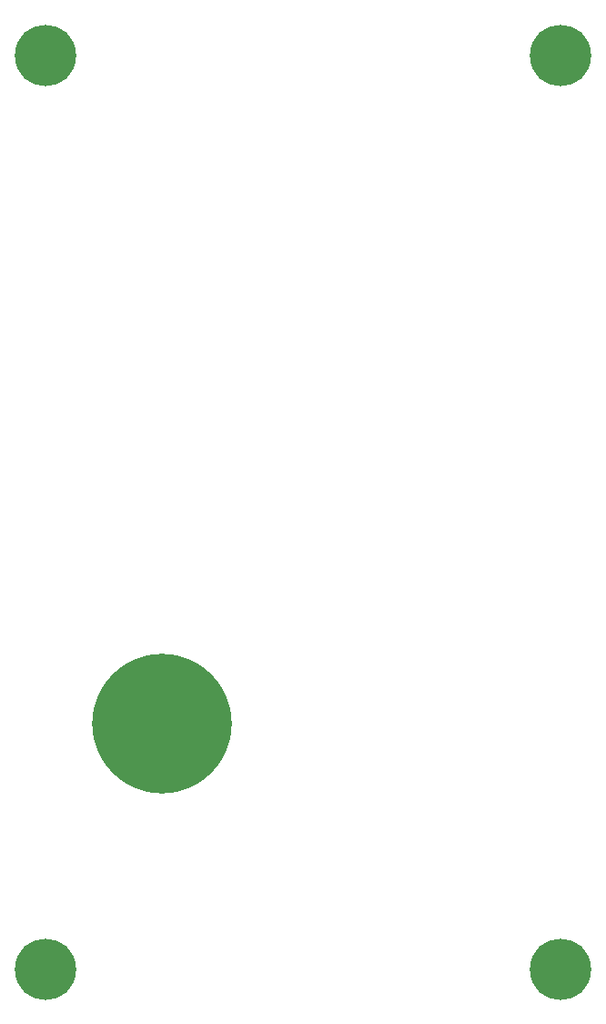
<source format=gbr>
%TF.GenerationSoftware,KiCad,Pcbnew,9.0.5-9.0.5~ubuntu24.04.1*%
%TF.CreationDate,2025-10-22T14:00:19+02:00*%
%TF.ProjectId,misrc_v2.5_back_panel,6d697372-635f-4763-922e-355f6261636b,rev?*%
%TF.SameCoordinates,Original*%
%TF.FileFunction,Soldermask,Top*%
%TF.FilePolarity,Negative*%
%FSLAX46Y46*%
G04 Gerber Fmt 4.6, Leading zero omitted, Abs format (unit mm)*
G04 Created by KiCad (PCBNEW 9.0.5-9.0.5~ubuntu24.04.1) date 2025-10-22 14:00:19*
%MOMM*%
%LPD*%
G01*
G04 APERTURE LIST*
%ADD10C,13.000000*%
%ADD11C,5.700000*%
G04 APERTURE END LIST*
D10*
%TO.C,H5*%
X64850000Y-119207600D03*
%TD*%
D11*
%TO.C,H2*%
X54000000Y-142000000D03*
%TD*%
%TO.C,H1*%
X54000000Y-57000000D03*
%TD*%
%TO.C,H4*%
X102000000Y-57000000D03*
%TD*%
%TO.C,H3*%
X102000000Y-142000000D03*
%TD*%
M02*

</source>
